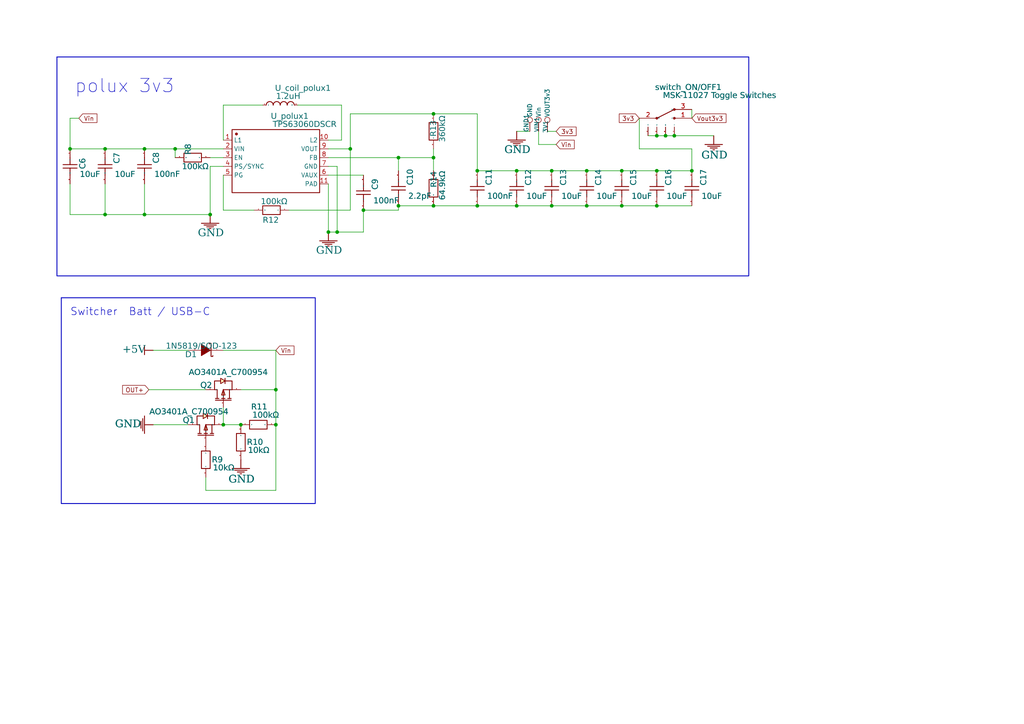
<source format=kicad_sch>
(kicad_sch (version 20250114) (generator "eeschema") (generator_version "9.0")
  (paper "A4")
  (lib_symbols
    (symbol "+5V" (power) (pin_numbers (hide yes)) (pin_names (hide yes))
      (property "Value" "+5V" (at 0 -3.81 0))
      (symbol "+5V_0_0"
        (polyline (pts (xy -1.27 -2.54) (xy 1.27 -2.54)) (stroke (width 0.254)))
        (polyline (pts (xy 0 0) (xy 0 -2.54)) (stroke (width 0.254)))
        (pin power_in line (at 0 0 270) (length 0) (name "+5V") (number "1"))
      )
    )
    (symbol "1N5819/SOD-123"
      (property "Reference" "U52" (at -5.969 -0.3683 0))
      (property "Value" "1N5819/SOD-123" (at -13.208 2.1463 0))
      (symbol "1N5819/SOD-123_0_0"
        (polyline (pts (xy -1.27 -1.524) (xy 1.27 0) (xy -1.27 1.778) (xy -1.27 -1.524)) (stroke (width 0.254)) (fill (type outline)))
        (polyline (pts (xy 2.032 -1.524) (xy 2.032 -1.778) (xy 1.524 -1.778) (xy 1.524 2.032) (xy 1.016 2.032) (xy 1.016 1.778)) (stroke (width 0.254)))
        (pin unspecified line (at -5.08 0 0) (length 3.81) (name "A") (number "2"))
        (pin unspecified line (at 5.08 0 180) (length 3.81) (name "C") (number "1"))
      )
    )
    (symbol "AO3401A_C700954"
      (property "Reference" "Q4" (at -6.6548 2.1463 0))
      (property "Value" "AO3401A_C700954" (at -10.5664 5.9563 0))
      (symbol "AO3401A_C700954_0_0"
        (polyline (pts (xy -2.286 -3.048) (xy 2.286 -3.048)) (stroke (width 0.254)))
        (polyline (pts (xy -1.778 0) (xy -1.778 -2.54)) (stroke (width 0.254)))
        (polyline (pts (xy -1.778 0) (xy -2.54 0) (xy -2.54 2.54) (xy -0.762 2.54)) (stroke (width 0.254)))
        (polyline (pts (xy -1.27 -2.54) (xy -2.286 -2.54)) (stroke (width 0.254)))
        (polyline (pts (xy 0 0) (xy -0.508 -1.524) (xy 0.508 -1.524) (xy 0 0)) (stroke (width 0.254)) (fill (type background)))
        (polyline (pts (xy 0 -2.54) (xy 0 0) (xy 2.54 0)) (stroke (width 0.254)))
        (polyline (pts (xy 0.508 3.302) (xy 0.508 3.048) (xy 0.508 2.032) (xy 0.508 1.778)) (stroke (width 0.254)))
        (polyline (pts (xy 0.508 2.54) (xy -0.762 3.302) (xy -0.762 1.778) (xy 0.508 2.54)) (stroke (width 0.254)) (fill (type background)))
        (polyline (pts (xy 0.508 -2.54) (xy -0.508 -2.54)) (stroke (width 0.254)))
        (polyline (pts (xy 1.778 0) (xy 1.778 -2.54)) (stroke (width 0.254)))
        (polyline (pts (xy 2.286 -2.54) (xy 1.27 -2.54)) (stroke (width 0.254)))
        (polyline (pts (xy 2.54 0) (xy 2.54 2.54) (xy 0.508 2.54)) (stroke (width 0.254)))
        (pin unspecified line (at -5.08 0 0) (length 2.54) (name "D") (number "3"))
        (pin unspecified line (at 0 -5.08 90) (length 2.54) (name "G") (number "1"))
        (pin unspecified line (at 5.08 0 180) (length 2.54) (name "S") (number "2"))
      )
    )
    (symbol "AO3401A_C700954_1"
      (property "Reference" "Q1" (at -6.6548 2.1463 0))
      (property "Value" "AO3401A_C700954" (at -16.9164 4.6863 0))
      (symbol "AO3401A_C700954_1_0_0"
        (polyline (pts (xy -2.286 -3.048) (xy 2.286 -3.048)) (stroke (width 0.254)))
        (polyline (pts (xy -1.778 0) (xy -1.778 -2.54)) (stroke (width 0.254)))
        (polyline (pts (xy -1.778 0) (xy -2.54 0) (xy -2.54 2.54) (xy -0.762 2.54)) (stroke (width 0.254)))
        (polyline (pts (xy -1.27 -2.54) (xy -2.286 -2.54)) (stroke (width 0.254)))
        (polyline (pts (xy 0 0) (xy -0.508 -1.524) (xy 0.508 -1.524) (xy 0 0)) (stroke (width 0.254)) (fill (type background)))
        (polyline (pts (xy 0 -2.54) (xy 0 0) (xy 2.54 0)) (stroke (width 0.254)))
        (polyline (pts (xy 0.508 3.302) (xy 0.508 3.048) (xy 0.508 2.032) (xy 0.508 1.778)) (stroke (width 0.254)))
        (polyline (pts (xy 0.508 2.54) (xy -0.762 3.302) (xy -0.762 1.778) (xy 0.508 2.54)) (stroke (width 0.254)) (fill (type background)))
        (polyline (pts (xy 0.508 -2.54) (xy -0.508 -2.54)) (stroke (width 0.254)))
        (polyline (pts (xy 1.778 0) (xy 1.778 -2.54)) (stroke (width 0.254)))
        (polyline (pts (xy 2.286 -2.54) (xy 1.27 -2.54)) (stroke (width 0.254)))
        (polyline (pts (xy 2.54 0) (xy 2.54 2.54) (xy 0.508 2.54)) (stroke (width 0.254)))
        (pin unspecified line (at -5.08 0 0) (length 2.54) (name "D") (number "3"))
        (pin unspecified line (at 0 -5.08 90) (length 2.54) (name "G") (number "1"))
        (pin unspecified line (at 5.08 0 180) (length 2.54) (name "S") (number "2"))
      )
    )
    (symbol "C0603C104J4RAC7867"
      (property "Reference" "C13" (at 2.54 0.8763 0))
      (property "Value" "100nF" (at 2.54 -1.4097 0))
      (symbol "C0603C104J4RAC7867_0_0"
        (polyline (pts (xy -2.032 0.508) (xy 2.032 0.508)) (stroke (width 0.254)))
        (polyline (pts (xy 0 0.508) (xy 0 2.54)) (stroke (width 0.254)))
        (polyline (pts (xy 0 -2.54) (xy 0 -0.508)) (stroke (width 0.254)))
        (polyline (pts (xy 2.032 -0.508) (xy -2.032 -0.508)) (stroke (width 0.254)))
        (pin unspecified line (at 0 5.08 270) (length 2.54) (name "1") (number "1"))
        (pin unspecified line (at 0 -5.08 90) (length 2.54) (name "2") (number "2"))
      )
    )
    (symbol "C0603C104J4RAC7867_1"
      (property "Reference" "C15" (at 2.54 0.9271 0))
      (property "Value" "100nF" (at 2.54 -1.3589 0))
      (symbol "C0603C104J4RAC7867_1_0_0"
        (polyline (pts (xy -2.032 0.508) (xy 2.032 0.508)) (stroke (width 0.254)))
        (polyline (pts (xy 0 2.54) (xy 0 0.508)) (stroke (width 0.254)))
        (polyline (pts (xy 0 -0.508) (xy 0 -2.54)) (stroke (width 0.254)))
        (polyline (pts (xy 2.032 -0.508) (xy -2.032 -0.508)) (stroke (width 0.254)))
        (pin unspecified line (at 0 5.08 270) (length 2.54) (name "2") (number "2"))
        (pin unspecified line (at 0 -5.08 90) (length 2.54) (name "1") (number "1"))
      )
    )
    (symbol "C0603C104J4RAC7867_2"
      (property "Reference" "C14" (at 2.54 0.9271 0))
      (property "Value" "100nF" (at 2.54 -1.3589 0))
      (symbol "C0603C104J4RAC7867_2_0_0"
        (polyline (pts (xy -2.032 0.508) (xy 2.032 0.508)) (stroke (width 0.254)))
        (polyline (pts (xy 0 2.54) (xy 0 0.508)) (stroke (width 0.254)))
        (polyline (pts (xy 0 -0.508) (xy 0 -2.54)) (stroke (width 0.254)))
        (polyline (pts (xy 2.032 -0.508) (xy -2.032 -0.508)) (stroke (width 0.254)))
        (pin unspecified line (at 0 5.08 270) (length 2.54) (name "2") (number "2"))
        (pin unspecified line (at 0 -5.08 90) (length 2.54) (name "1") (number "1"))
      )
    )
    (symbol "C0603C229C5GAC7867"
      (property "Reference" "C16" (at 2.54 0.9271 0))
      (property "Value" "2.2pF" (at 2.54 -1.3589 0))
      (symbol "C0603C229C5GAC7867_0_0"
        (polyline (pts (xy -2.032 0.508) (xy 2.032 0.508)) (stroke (width 0.254)))
        (polyline (pts (xy 0 2.54) (xy 0 0.508)) (stroke (width 0.254)))
        (polyline (pts (xy 0 -0.508) (xy 0 -2.54)) (stroke (width 0.254)))
        (polyline (pts (xy 2.032 -0.508) (xy -2.032 -0.508)) (stroke (width 0.254)))
        (pin unspecified line (at 0 5.08 270) (length 2.54) (name "2") (number "2"))
        (pin unspecified line (at 0 -5.08 90) (length 2.54) (name "1") (number "1"))
      )
    )
    (symbol "CR0603F360KP05Z"
      (property "Reference" "R10" (at -2.159 0.8763 0))
      (property "Value" "100kΩ" (at -3.4544 -1.6637 0))
      (symbol "CR0603F360KP05Z_0_0"
        (rectangle (start -2.54 1.27) (end 2.54 -1.27) (stroke (width 0.254)))
        (pin unspecified line (at -5.08 0 0) (length 2.54) (name "1") (number "1"))
        (pin unspecified line (at 5.08 0 180) (length 2.54) (name "2") (number "2"))
      )
    )
    (symbol "CR0603F360KP05Z_1"
      (property "Reference" "R9" (at -1.4986 0.9017 0))
      (property "Value" "100kΩ" (at -3.4544 3.4163 0))
      (symbol "CR0603F360KP05Z_1_0_0"
        (rectangle (start -2.54 1.27) (end 2.54 -1.27) (stroke (width 0.254)))
        (pin unspecified line (at -5.08 0 0) (length 2.54) (name "2") (number "2"))
        (pin unspecified line (at 5.08 0 180) (length 2.54) (name "1") (number "1"))
      )
    )
    (symbol "CR0603F360KP05Z_2"
      (property "Reference" "R8" (at -0.8763 -1.4986 90))
      (property "Value" "360kΩ" (at 1.6637 -3.4544 90))
      (symbol "CR0603F360KP05Z_2_0_0"
        (rectangle (start -1.27 2.54) (end 1.27 -2.54) (stroke (width 0.254)))
        (pin unspecified line (at 0 5.08 270) (length 2.54) (name "2") (number "2"))
        (pin unspecified line (at 0 -5.08 90) (length 2.54) (name "1") (number "1"))
      )
    )
    (symbol "CR0603F360KP05Z_3"
      (property "Reference" "R11" (at -2.0828 6.0325 0))
      (property "Value" "100kΩ" (at -2.0828 3.7211 0))
      (symbol "CR0603F360KP05Z_3_0_0"
        (rectangle (start -2.54 1.27) (end 2.54 -1.27) (stroke (width 0.254)))
        (pin unspecified line (at -5.08 0 0) (length 2.54) (name "2") (number "2"))
        (pin unspecified line (at 5.08 0 180) (length 2.54) (name "1") (number "1"))
      )
    )
    (symbol "Connector:TestPoint" (pin_numbers (hide yes)) (pin_names (offset 0.762) (hide yes))
      (property "Reference" "TP" (at 0 6.858 0))
      (property "Value" "TestPoint" (at 0 5.08 0))
      (symbol "TestPoint_0_1"
        (circle (center 0 3.302) (radius 0.762))
      )
      (symbol "TestPoint_1_1"
        (pin passive line (at 0 0 90) (length 2.54) (name "1") (number "1"))
      )
    )
    (symbol "GND" (power) (pin_numbers (hide yes)) (pin_names (hide yes))
      (property "Value" "GND" (at 0 -6.35 0))
      (symbol "GND_0_0"
        (polyline (pts (xy -2.54 -2.54) (xy 2.54 -2.54)) (stroke (width 0.254)))
        (polyline (pts (xy -1.778 -3.048) (xy 1.778 -3.048)) (stroke (width 0.254)))
        (polyline (pts (xy -1.016 -3.556) (xy 1.016 -3.556)) (stroke (width 0.254)))
        (polyline (pts (xy -0.254 -4.064) (xy 0.254 -4.064)) (stroke (width 0.254)))
        (polyline (pts (xy 0 0) (xy 0 -2.54)) (stroke (width 0.254)))
        (pin power_in line (at 0 0 270) (length 0) (name "GND") (number "1"))
      )
    )
    (symbol "MSK-11027 Toggle Switches"
      (property "Reference" "KEY1" (at -3.0226 7.2771 0))
      (property "Value" "MSK-11027 Toggle Switches" (at -3.0226 4.9911 0))
      (symbol "MSK-11027 Toggle Switches_0_0"
        (circle (center -2.54 -2.54) (radius 0.254) (stroke (width 0.254)))
        (polyline (pts (xy -2.54 -2.54) (xy 2.54 0)) (stroke (width 0.254)))
        (circle (center 2.54 0) (radius 0.254) (stroke (width 0.254)))
        (circle (center 2.54 -2.54) (radius 0.254) (stroke (width 0.254)))
        (pin unspecified line (at -7.62 -2.54 0) (length 5.08) (name "2") (number "2"))
        (pin unspecified line (at -5.08 -7.62 90) (length 2.54) (name "4") (number "4"))
        (pin unspecified line (at -2.54 -7.62 90) (length 2.54) (name "5") (number "5"))
        (pin unspecified line (at 0 -7.62 90) (length 2.54) (name "6") (number "6"))
        (pin unspecified line (at 2.54 -7.62 90) (length 2.54) (name "7") (number "7"))
        (pin unspecified line (at 7.62 0 180) (length 5.08) (name "3") (number "3"))
        (pin unspecified line (at 7.62 -2.54 180) (length 5.08) (name "1") (number "1"))
      )
    )
    (symbol "TPS63060DSCR"
      (property "Reference" "U55" (at -1.4478 14.1351 0))
      (property "Value" "TPS63060DSCR" (at -1.4478 11.8491 0))
      (symbol "TPS63060DSCR_0_0"
        (rectangle (start -12.7 9.398) (end 12.7 -8.89) (stroke (width 0.254)))
        (circle (center -11.43 8.128) (radius 0.254) (stroke (width 0.254)) (fill (type outline)))
        (circle (center -11.43 8.128) (radius 0.254) (stroke (width 0.254)) (fill (type outline)))
        (pin unspecified line (at -15.24 6.35 0) (length 2.54) (name "L1") (number "1"))
        (pin unspecified line (at -15.24 3.81 0) (length 2.54) (name "VIN") (number "2"))
        (pin unspecified line (at -15.24 1.27 0) (length 2.54) (name "EN") (number "3"))
        (pin unspecified line (at -15.24 -1.27 0) (length 2.54) (name "PS/SYNC") (number "4"))
        (pin unspecified line (at -15.24 -3.81 0) (length 2.54) (name "PG") (number "5"))
        (pin unspecified line (at 15.24 6.35 180) (length 2.54) (name "L2") (number "10"))
        (pin unspecified line (at 15.24 3.81 180) (length 2.54) (name "VOUT") (number "9"))
        (pin unspecified line (at 15.24 1.27 180) (length 2.54) (name "FB") (number "8"))
        (pin unspecified line (at 15.24 -1.27 180) (length 2.54) (name "GND") (number "7"))
        (pin unspecified line (at 15.24 -3.81 180) (length 2.54) (name "VAUX") (number "6"))
        (pin unspecified line (at 15.24 -6.35 180) (length 2.54) (name "PAD") (number "11"))
      )
    )
    (symbol "TR0603D64K9P0550Z"
      (property "Reference" "R64" (at -0.8763 -2.159 90))
      (property "Value" "64.9kΩ" (at 1.6637 -3.7846 90))
      (symbol "TR0603D64K9P0550Z_0_0"
        (rectangle (start -1.27 2.54) (end 1.27 -2.54) (stroke (width 0.254)))
        (pin unspecified line (at 0 5.08 270) (length 2.54) (name "2") (number "2"))
        (pin unspecified line (at 0 -5.08 90) (length 2.54) (name "1") (number "1"))
      )
    )
    (symbol "V106M0402X5R6R3NCT"
      (property "Reference" "C12" (at 2.54 0.8509 0))
      (property "Value" "10uF" (at 2.54 -1.3843 0))
      (symbol "V106M0402X5R6R3NCT_0_0"
        (polyline (pts (xy -2.032 0.508) (xy 2.032 0.508)) (stroke (width 0.254)))
        (polyline (pts (xy 0 2.54) (xy 0 0.508)) (stroke (width 0.254)))
        (polyline (pts (xy 0 -0.508) (xy 0 -2.54)) (stroke (width 0.254)))
        (polyline (pts (xy 2.032 -0.508) (xy -2.032 -0.508)) (stroke (width 0.254)))
        (pin unspecified line (at 0 5.08 270) (length 2.54) (name "2") (number "2"))
        (pin unspecified line (at 0 -5.08 90) (length 2.54) (name "1") (number "1"))
      )
    )
    (symbol "V106M0402X5R6R3NCT_1"
      (property "Reference" "C11" (at 2.54 0.8509 0))
      (property "Value" "10uF" (at 2.54 -1.3843 0))
      (symbol "V106M0402X5R6R3NCT_1_0_0"
        (polyline (pts (xy -2.032 0.508) (xy 2.032 0.508)) (stroke (width 0.254)))
        (polyline (pts (xy 0 2.54) (xy 0 0.508)) (stroke (width 0.254)))
        (polyline (pts (xy 0 -0.508) (xy 0 -2.54)) (stroke (width 0.254)))
        (polyline (pts (xy 2.032 -0.508) (xy -2.032 -0.508)) (stroke (width 0.254)))
        (pin unspecified line (at 0 5.08 270) (length 2.54) (name "2") (number "2"))
        (pin unspecified line (at 0 -5.08 90) (length 2.54) (name "1") (number "1"))
      )
    )
    (symbol "V106M0402X5R6R3NCT_2"
      (property "Reference" "C10" (at 2.54 0.8509 0))
      (property "Value" "10uF" (at 2.54 -1.3843 0))
      (symbol "V106M0402X5R6R3NCT_2_0_0"
        (polyline (pts (xy -2.032 0.508) (xy 2.032 0.508)) (stroke (width 0.254)))
        (polyline (pts (xy 0 2.54) (xy 0 0.508)) (stroke (width 0.254)))
        (polyline (pts (xy 0 -0.508) (xy 0 -2.54)) (stroke (width 0.254)))
        (polyline (pts (xy 2.032 -0.508) (xy -2.032 -0.508)) (stroke (width 0.254)))
        (pin unspecified line (at 0 5.08 270) (length 2.54) (name "2") (number "2"))
        (pin unspecified line (at 0 -5.08 90) (length 2.54) (name "1") (number "1"))
      )
    )
    (symbol "V106M0402X5R6R3NCT_3"
      (property "Reference" "C9" (at 2.54 0.8509 0))
      (property "Value" "10uF" (at 2.54 -1.3843 0))
      (symbol "V106M0402X5R6R3NCT_3_0_0"
        (polyline (pts (xy -2.032 0.508) (xy 2.032 0.508)) (stroke (width 0.254)))
        (polyline (pts (xy 0 2.54) (xy 0 0.508)) (stroke (width 0.254)))
        (polyline (pts (xy 0 -0.508) (xy 0 -2.54)) (stroke (width 0.254)))
        (polyline (pts (xy 2.032 -0.508) (xy -2.032 -0.508)) (stroke (width 0.254)))
        (pin unspecified line (at 0 5.08 270) (length 2.54) (name "2") (number "2"))
        (pin unspecified line (at 0 -5.08 90) (length 2.54) (name "1") (number "1"))
      )
    )
    (symbol "V106M0402X5R6R3NCT_4"
      (property "Reference" "C7" (at 2.54 0.8509 0))
      (property "Value" "10uF" (at 2.54 -1.3843 0))
      (symbol "V106M0402X5R6R3NCT_4_0_0"
        (polyline (pts (xy -2.032 0.508) (xy 2.032 0.508)) (stroke (width 0.254)))
        (polyline (pts (xy 0 2.54) (xy 0 0.508)) (stroke (width 0.254)))
        (polyline (pts (xy 0 -0.508) (xy 0 -2.54)) (stroke (width 0.254)))
        (polyline (pts (xy 2.032 -0.508) (xy -2.032 -0.508)) (stroke (width 0.254)))
        (pin unspecified line (at 0 5.08 270) (length 2.54) (name "2") (number "2"))
        (pin unspecified line (at 0 -5.08 90) (length 2.54) (name "1") (number "1"))
      )
    )
    (symbol "V106M0402X5R6R3NCT_5"
      (property "Reference" "C4" (at 2.54 0.8509 0))
      (property "Value" "10uF" (at 2.54 -1.3843 0))
      (symbol "V106M0402X5R6R3NCT_5_0_0"
        (polyline (pts (xy -2.032 0.508) (xy 2.032 0.508)) (stroke (width 0.254)))
        (polyline (pts (xy 0 2.54) (xy 0 0.508)) (stroke (width 0.254)))
        (polyline (pts (xy 0 -0.508) (xy 0 -2.54)) (stroke (width 0.254)))
        (polyline (pts (xy 2.032 -0.508) (xy -2.032 -0.508)) (stroke (width 0.254)))
        (pin unspecified line (at 0 5.08 270) (length 2.54) (name "2") (number "2"))
        (pin unspecified line (at 0 -5.08 90) (length 2.54) (name "1") (number "1"))
      )
    )
    (symbol "V106M0402X5R6R3NCT_6"
      (property "Reference" "C3" (at 2.54 0.8509 0))
      (property "Value" "10uF" (at 2.54 -1.3843 0))
      (symbol "V106M0402X5R6R3NCT_6_0_0"
        (polyline (pts (xy -2.032 0.508) (xy 2.032 0.508)) (stroke (width 0.254)))
        (polyline (pts (xy 0 2.54) (xy 0 0.508)) (stroke (width 0.254)))
        (polyline (pts (xy 0 -0.508) (xy 0 -2.54)) (stroke (width 0.254)))
        (polyline (pts (xy 2.032 -0.508) (xy -2.032 -0.508)) (stroke (width 0.254)))
        (pin unspecified line (at 0 5.08 270) (length 2.54) (name "2") (number "2"))
        (pin unspecified line (at 0 -5.08 90) (length 2.54) (name "1") (number "1"))
      )
    )
    (symbol "V106M0402X5R6R3NCT_7"
      (property "Reference" "C1" (at 2.54 0.8509 0))
      (property "Value" "10uF" (at 2.54 -1.3843 0))
      (symbol "V106M0402X5R6R3NCT_7_0_0"
        (polyline (pts (xy -2.032 0.508) (xy 2.032 0.508)) (stroke (width 0.254)))
        (polyline (pts (xy 0 2.54) (xy 0 0.508)) (stroke (width 0.254)))
        (polyline (pts (xy 0 -0.508) (xy 0 -2.54)) (stroke (width 0.254)))
        (polyline (pts (xy 2.032 -0.508) (xy -2.032 -0.508)) (stroke (width 0.254)))
        (pin unspecified line (at 0 5.08 270) (length 2.54) (name "2") (number "2"))
        (pin unspecified line (at 0 -5.08 90) (length 2.54) (name "1") (number "1"))
      )
    )
    (symbol "WF04H1002DTL"
      (property "Reference" "R3" (at 1.778 0.8763 0))
      (property "Value" "10kΩ" (at 1.778 -1.4097 0))
      (symbol "WF04H1002DTL_0_0"
        (rectangle (start -1.27 2.54) (end 1.27 -2.54) (stroke (width 0.254)))
        (pin unspecified line (at 0 5.08 270) (length 2.54) (name "2") (number "2"))
        (pin unspecified line (at 0 -5.08 90) (length 2.54) (name "1") (number "1"))
      )
    )
    (symbol "WF04H1002DTL_1"
      (property "Reference" "R1" (at 1.778 0.8763 0))
      (property "Value" "10kΩ" (at 1.778 -1.4097 0))
      (symbol "WF04H1002DTL_1_0_0"
        (rectangle (start -1.27 2.54) (end 1.27 -2.54) (stroke (width 0.254)))
        (pin unspecified line (at 0 5.08 270) (length 2.54) (name "2") (number "2"))
        (pin unspecified line (at 0 -5.08 90) (length 2.54) (name "1") (number "1"))
      )
    )
    (symbol "XRNR3015-1.2UH/N"
      (property "Reference" "U54" (at -1.4986 5.7531 0))
      (property "Value" "1.2uH" (at -1.4986 3.4671 0))
      (symbol "XRNR3015-1.2UH/N_0_0"
        (arc (start -4.064 0) (mid -3.048 1.016) (end -2.032 0) (stroke (width 0.254)))
        (arc (start -2.032 0) (mid -1.016 1.016) (end 0 0) (stroke (width 0.254)))
        (arc (start 0 0) (mid 1.016 1.016) (end 2.032 0) (stroke (width 0.254)))
        (arc (start 2.032 0) (mid 3.048 1.016) (end 4.064 0) (stroke (width 0.254)))
        (pin unspecified line (at -5.08 0 0) (length 1.016) (name "1") (number "1"))
        (pin unspecified line (at 5.08 0 180) (length 1.016) (name "2") (number "2"))
      )
    )
  )
  (rectangle (start 16.51 16.51) (end 217.17 80.01) (stroke (width 0.254)))
  (rectangle (start 17.78 86.36) (end 91.44 146.05) (stroke (width 0.254)))
  (text "Switcher  Batt / USB-C" (at 20.32 89.2683 0) (effects (font (size 2.1717 2.1717)) (justify left top)))
  (text "polux 3v3" (at 21.59 22.8092 0) (effects (font (size 3.8608 3.8608)) (justify left top)))
  (junction (at 125.73 45.72))
  (junction (at 80.01 113.03))
  (junction (at 69.85 123.19))
  (junction (at 138.43 49.53))
  (junction (at 180.34 49.53))
  (junction (at 115.57 59.69))
  (junction (at 20.32 43.18))
  (junction (at 125.73 33.02))
  (junction (at 30.48 62.23))
  (junction (at 180.34 59.69))
  (junction (at 170.18 59.69))
  (junction (at 190.5 49.53))
  (junction (at 170.18 49.53))
  (junction (at 30.48 43.18))
  (junction (at 41.91 43.18))
  (junction (at 149.86 59.69))
  (junction (at 80.01 123.19))
  (junction (at 95.25 67.31))
  (junction (at 50.8 43.18))
  (junction (at 190.5 39.37))
  (junction (at 115.57 45.72))
  (junction (at 195.58 39.37))
  (junction (at 138.43 59.69))
  (junction (at 105.41 60.96))
  (junction (at 41.91 62.23))
  (junction (at 190.5 59.69))
  (junction (at 160.02 49.53))
  (junction (at 149.86 49.53))
  (junction (at 101.6 43.18))
  (junction (at 64.77 123.19))
  (junction (at 160.02 59.69))
  (junction (at 193.04 39.37))
  (junction (at 200.66 49.53))
  (junction (at 125.73 59.69))
  (junction (at 97.79 67.31))
  (junction (at 60.96 62.23))
  (wire (pts (xy 190.5 39.37) (xy 187.96 39.37)))
  (wire (pts (xy 200.66 49.53) (xy 190.5 49.53)))
  (wire (pts (xy 185.42 34.29) (xy 185.42 43.18)))
  (wire (pts (xy 158.75 38.1) (xy 161.29 38.1)))
  (wire (pts (xy 41.91 53.34) (xy 41.91 62.23)))
  (wire (pts (xy 160.02 49.53) (xy 149.86 49.53)))
  (wire (pts (xy 95.25 67.31) (xy 95.25 53.34)))
  (wire (pts (xy 101.6 33.02) (xy 125.73 33.02)))
  (wire (pts (xy 86.36 30.48) (xy 99.06 30.48)))
  (wire (pts (xy 200.66 43.18) (xy 200.66 49.53)))
  (wire (pts (xy 185.42 43.18) (xy 200.66 43.18)))
  (wire (pts (xy 115.57 60.96) (xy 115.57 59.69)))
  (wire (pts (xy 138.43 59.69) (xy 149.86 59.69)))
  (wire (pts (xy 101.6 43.18) (xy 95.25 43.18)))
  (wire (pts (xy 50.8 43.18) (xy 50.8 45.72)))
  (wire (pts (xy 30.48 62.23) (xy 20.32 62.23)))
  (wire (pts (xy 64.77 48.26) (xy 60.96 48.26)))
  (wire (pts (xy 149.86 59.69) (xy 160.02 59.69)))
  (wire (pts (xy 80.01 101.6) (xy 64.77 101.6)))
  (wire (pts (xy 22.86 34.29) (xy 20.32 34.29)))
  (wire (pts (xy 193.04 39.37) (xy 190.5 39.37)))
  (wire (pts (xy 180.34 59.69) (xy 190.5 59.69)))
  (wire (pts (xy 95.25 45.72) (xy 115.57 45.72)))
  (wire (pts (xy 60.96 48.26) (xy 60.96 62.23)))
  (wire (pts (xy 195.58 39.37) (xy 193.04 39.37)))
  (wire (pts (xy 44.45 123.19) (xy 54.61 123.19)))
  (wire (pts (xy 83.82 60.96) (xy 101.6 60.96)))
  (wire (pts (xy 97.79 67.31) (xy 105.41 67.31)))
  (wire (pts (xy 20.32 34.29) (xy 20.32 43.18)))
  (wire (pts (xy 190.5 49.53) (xy 180.34 49.53)))
  (wire (pts (xy 30.48 53.34) (xy 30.48 62.23)))
  (wire (pts (xy 20.32 62.23) (xy 20.32 53.34)))
  (wire (pts (xy 69.85 113.03) (xy 80.01 113.03)))
  (wire (pts (xy 115.57 45.72) (xy 115.57 49.53)))
  (wire (pts (xy 44.45 101.6) (xy 54.61 101.6)))
  (wire (pts (xy 43.18 113.03) (xy 59.69 113.03)))
  (wire (pts (xy 190.5 59.69) (xy 200.66 59.69)))
  (wire (pts (xy 125.73 59.69) (xy 138.43 59.69)))
  (wire (pts (xy 125.73 45.72) (xy 115.57 45.72)))
  (wire (pts (xy 97.79 67.31) (xy 95.25 67.31)))
  (wire (pts (xy 97.79 48.26) (xy 97.79 67.31)))
  (wire (pts (xy 41.91 62.23) (xy 30.48 62.23)))
  (wire (pts (xy 105.41 60.96) (xy 115.57 60.96)))
  (wire (pts (xy 99.06 30.48) (xy 99.06 40.64)))
  (wire (pts (xy 80.01 113.03) (xy 80.01 101.6)))
  (wire (pts (xy 101.6 33.02) (xy 101.6 43.18)))
  (wire (pts (xy 80.01 142.24) (xy 80.01 123.19)))
  (wire (pts (xy 20.32 43.18) (xy 30.48 43.18)))
  (wire (pts (xy 115.57 59.69) (xy 125.73 59.69)))
  (wire (pts (xy 170.18 49.53) (xy 160.02 49.53)))
  (wire (pts (xy 180.34 49.53) (xy 170.18 49.53)))
  (wire (pts (xy 200.66 31.75) (xy 200.66 34.29)))
  (wire (pts (xy 207.01 39.37) (xy 195.58 39.37)))
  (wire (pts (xy 59.69 138.43) (xy 59.69 142.24)))
  (wire (pts (xy 160.02 59.69) (xy 170.18 59.69)))
  (wire (pts (xy 64.77 40.64) (xy 64.77 30.48)))
  (wire (pts (xy 30.48 43.18) (xy 41.91 43.18)))
  (wire (pts (xy 149.86 49.53) (xy 138.43 49.53)))
  (wire (pts (xy 156.21 41.91) (xy 161.29 41.91)))
  (wire (pts (xy 125.73 45.72) (xy 125.73 49.53)))
  (wire (pts (xy 99.06 40.64) (xy 95.25 40.64)))
  (wire (pts (xy 69.85 123.19) (xy 64.77 123.19)))
  (wire (pts (xy 95.25 50.8) (xy 105.41 50.8)))
  (wire (pts (xy 73.66 60.96) (xy 64.77 60.96)))
  (wire (pts (xy 125.73 43.18) (xy 125.73 45.72)))
  (wire (pts (xy 101.6 60.96) (xy 101.6 43.18)))
  (wire (pts (xy 60.96 45.72) (xy 64.77 45.72)))
  (wire (pts (xy 95.25 48.26) (xy 97.79 48.26)))
  (wire (pts (xy 64.77 123.19) (xy 64.77 118.11)))
  (wire (pts (xy 59.69 142.24) (xy 80.01 142.24)))
  (wire (pts (xy 64.77 43.18) (xy 50.8 43.18)))
  (wire (pts (xy 64.77 60.96) (xy 64.77 50.8)))
  (wire (pts (xy 138.43 33.02) (xy 125.73 33.02)))
  (wire (pts (xy 41.91 43.18) (xy 50.8 43.18)))
  (wire (pts (xy 80.01 123.19) (xy 80.01 113.03)))
  (wire (pts (xy 170.18 59.69) (xy 180.34 59.69)))
  (wire (pts (xy 64.77 30.48) (xy 76.2 30.48)))
  (wire (pts (xy 60.96 62.23) (xy 41.91 62.23)))
  (wire (pts (xy 156.21 38.1) (xy 156.21 41.91)))
  (wire (pts (xy 105.41 67.31) (xy 105.41 60.96)))
  (wire (pts (xy 138.43 49.53) (xy 138.43 33.02)))
  (wire (pts (xy 149.86 38.1) (xy 153.67 38.1)))
  (global_label "3v3" (shape input) (at 161.29 38.1 0) (property "Intersheetrefs" "${INTERSHEET_REFS}" (effects (hide yes))))
  (global_label "3v3" (shape input) (at 185.42 34.29 180) (property "Intersheetrefs" "${INTERSHEET_REFS}" (effects (hide yes))))
  (global_label "Vout3v3" (shape input) (at 200.66 34.29 0) (property "Intersheetrefs" "${INTERSHEET_REFS}" (effects (hide yes))))
  (global_label "Vin" (shape input) (at 161.29 41.91 0) (property "Intersheetrefs" "${INTERSHEET_REFS}" (effects (hide yes))))
  (global_label "Vin" (shape input) (at 80.01 101.6 0) (property "Intersheetrefs" "${INTERSHEET_REFS}" (effects (hide yes))))
  (global_label "Vin" (shape input) (at 22.86 34.29 0) (property "Intersheetrefs" "${INTERSHEET_REFS}" (effects (hide yes))))
  (global_label "OUT+" (shape input) (at 43.18 113.03 180) (property "Intersheetrefs" "${INTERSHEET_REFS}" (effects (hide yes))))
  (symbol (lib_id "AO3401A_C700954") (at 64.77 113.03 0) (unit 1)
    (property "Reference" "Q2" (at 58.1152 110.8837 0) (effects (font (size 1.6891 1.6891)) (justify left top)))
    (property "Value" "AO3401A_C700954" (at 54.2036 107.0737 0) (effects (font (size 1.6891 1.6891)) (justify left top)))
    (property "Footprint" "Package_TO_SOT_SMD:SOT-23" (effects (hide yes)))
    (property "Manufacturer Part" "AO3401A" (effects (hide yes)))
    (property "Manufacturer" "HUASHUO(华朔)" (effects (hide yes)))
    (property "Supplier Part" "C700954" (effects (hide yes)))
    (property "Supplier" "LCSC" (effects (hide yes)))
  )
  (symbol (lib_id "C0603C229C5GAC7867") (at 115.57 54.61 0) (unit 1)
    (property "Reference" "C10" (at 118.11 53.6829 90) (effects (font (size 1.6891 1.6891)) (justify left top)))
    (property "Value" "2.2pF" (at 118.11 55.9689 0) (effects (font (size 1.6891 1.6891)) (justify left top)))
    (property "Footprint" "Capacitor_SMD:C_0603_1608Metric" (effects (hide yes)))
    (property "Manufacturer Part" "C0603C229C5GAC7867" (effects (hide yes)))
    (property "Manufacturer" "KEMET(基美)" (effects (hide yes)))
    (property "Supplier Part" "C599717" (effects (hide yes)))
    (property "Supplier" "LCSC" (effects (hide yes)))
  )
  (symbol (lib_id "CR0603F360KP05Z_2") (at 125.73 38.1 0) (unit 1)
    (property "Reference" "R13" (at 124.8537 39.5986 90) (effects (font (size 1.6891 1.6891)) (justify left top)))
    (property "Value" "360kΩ" (at 127.3937 41.5544 90) (effects (font (size 1.6891 1.6891)) (justify left top)))
    (property "Footprint" "Resistor_SMD:R_0603_1608Metric" (effects (hide yes)))
    (property "Manufacturer Part" "CR0603F360KP05Z" (effects (hide yes)))
    (property "Manufacturer" "EVER OHMS(天二科技)" (effects (hide yes)))
    (property "Supplier Part" "C881358" (effects (hide yes)))
    (property "Supplier" "LCSC" (effects (hide yes)))
  )
  (symbol (lib_id "Connector:TestPoint") (at 158.75 38.1 0) (unit 1)
    (property "Reference" "3V1" (at 158.242 38.608 90) (effects (justify left)))
    (property "Value" "VOUT3v3" (at 158.75 34.036 90) (effects (justify left)))
    (property "Footprint" "TestPoint:TestPoint_Pad_1.5x1.5mm" (effects (hide yes)))
    (property "Description" "test point" (effects (hide yes)))
  )
  (symbol (lib_id "C0603C104J4RAC7867") (at 105.41 55.88 0) (unit 1)
    (property "Reference" "C9" (at 107.95 55.0037 90) (effects (font (size 1.6891 1.6891)) (justify left top)))
    (property "Value" "100nF" (at 107.95 57.2897 0) (effects (font (size 1.6891 1.6891)) (justify left top)))
    (property "Footprint" "Capacitor_SMD:C_0603_1608Metric" (effects (hide yes)))
    (property "Manufacturer Part" "C0603C104J4RAC7867" (effects (hide yes)))
    (property "Manufacturer" "KEMET(基美)" (effects (hide yes)))
    (property "Supplier Part" "C599646" (effects (hide yes)))
    (property "Supplier" "LCSC" (effects (hide yes)))
  )
  (symbol (lib_id "GND") (at 69.85 133.35 0) (unit 1)
    (property "Reference" "#PWR012" (effects (hide yes)))
    (property "Value" "GND" (at 66.548 140.2842 0) (effects (font (size 2.1717 2.1717)) (justify left bottom)))
    (property "Description" "Power symbol creates a global label with name 'GND'" (effects (hide yes)))
  )
  (symbol (lib_id "WF04H1002DTL_1") (at 69.85 128.27 0) (unit 1)
    (property "Reference" "R10" (at 71.628 127.3937 0) (effects (font (size 1.6891 1.6891)) (justify left top)))
    (property "Value" "10kΩ" (at 71.628 129.6797 0) (effects (font (size 1.6891 1.6891)) (justify left top)))
    (property "Footprint" "Resistor_SMD:R_0603_1608Metric" (effects (hide yes)))
    (property "Manufacturer Part" "WF04H1002DTL" (effects (hide yes)))
    (property "Manufacturer" "Walsin(华新科)" (effects (hide yes)))
    (property "Supplier Part" "C525520" (effects (hide yes)))
    (property "Supplier" "LCSC" (effects (hide yes)))
  )
  (symbol (lib_id "MSK-11027 Toggle Switches") (at 193.04 31.75 0) (unit 1)
    (property "Reference" "switch_ON/OFF1" (at 190.0174 24.4729 0) (effects (font (size 1.6891 1.6891)) (justify left top)))
    (property "Value" "MSK-11027 Toggle Switches" (at 190.0174 26.7589 0) (effects (font (size 1.6891 1.6891)) (justify left top)))
    (property "Footprint" "Button_Switch_SMD:SW_SPDT_PCM12" (effects (hide yes)))
    (property "Manufacturer Part" "MSK-11027 Toggle Switches" (effects (hide yes)))
    (property "Manufacturer" "ReliaPro" (effects (hide yes)))
    (property "Supplier Part" "C21381" (effects (hide yes)))
    (property "Supplier" "LCSC" (effects (hide yes)))
  )
  (symbol (lib_id "V106M0402X5R6R3NCT_3") (at 180.34 54.61 0) (unit 1)
    (property "Reference" "C15" (at 182.88 53.7591 90) (effects (font (size 1.6891 1.6891)) (justify left top)))
    (property "Value" "10uF" (at 182.88 55.9943 0) (effects (font (size 1.6891 1.6891)) (justify left top)))
    (property "Footprint" "Capacitor_SMD:C_0603_1608Metric" (effects (hide yes)))
    (property "Manufacturer Part" "V106M0402X5R6R3NCT" (effects (hide yes)))
    (property "Manufacturer" "VIIYONG(微容)" (effects (hide yes)))
    (property "Supplier Part" "C5252391" (effects (hide yes)))
    (property "Supplier" "LCSC" (effects (hide yes)))
  )
  (symbol (lib_id "C0603C104J4RAC7867_1") (at 41.91 48.26 0) (unit 1)
    (property "Reference" "C8" (at 44.45 47.3329 90) (effects (font (size 1.6891 1.6891)) (justify left top)))
    (property "Value" "100nF" (at 44.45 49.6189 0) (effects (font (size 1.6891 1.6891)) (justify left top)))
    (property "Footprint" "Capacitor_SMD:C_0603_1608Metric" (effects (hide yes)))
    (property "Manufacturer Part" "C0603C104J4RAC7867" (effects (hide yes)))
    (property "Manufacturer" "KEMET(基美)" (effects (hide yes)))
    (property "Supplier Part" "C599646" (effects (hide yes)))
    (property "Supplier" "LCSC" (effects (hide yes)))
  )
  (symbol (lib_id "+5V") (at 44.45 101.6 270) (mirror x) (unit 1)
    (property "Reference" "#PWR09" (effects (hide yes)))
    (property "Value" "+5V" (at 35.3568 102.6414 -90) (effects (font (size 2.1717 2.1717)) (justify right bottom)))
    (property "Description" "Power symbol creates a global label with name '+5V'" (effects (hide yes)))
  )
  (symbol (lib_id "GND") (at 60.96 62.23 0) (unit 1)
    (property "Reference" "#PWR011" (effects (hide yes)))
    (property "Value" "GND" (at 57.658 68.834 0) (effects (font (size 2.1717 2.1717)) (justify left bottom)))
    (property "Description" "Power symbol creates a global label with name 'GND'" (effects (hide yes)))
  )
  (symbol (lib_id "TPS63060DSCR") (at 80.01 46.99 0) (unit 1)
    (property "Reference" "U_polux1" (at 78.5622 32.8549 0) (effects (font (size 1.6891 1.6891)) (justify left top)))
    (property "Value" "TPS63060DSCR" (at 78.5622 35.1409 0) (effects (font (size 1.6891 1.6891)) (justify left top)))
    (property "Footprint" "Package_SON:Texas_S-PWSON-N10" (effects (hide yes)))
    (property "Manufacturer Part" "TPS63060DSCR" (effects (hide yes)))
    (property "Manufacturer" "TI(德州仪器)" (effects (hide yes)))
    (property "Supplier Part" "C48567" (effects (hide yes)))
    (property "Supplier" "LCSC" (effects (hide yes)))
  )
  (symbol (lib_id "AO3401A_C700954_1") (at 59.69 123.19 0) (unit 1)
    (property "Reference" "Q1" (at 53.0352 121.0437 0) (effects (font (size 1.6891 1.6891)) (justify left top)))
    (property "Value" "AO3401A_C700954" (at 42.7736 118.5037 0) (effects (font (size 1.6891 1.6891)) (justify left top)))
    (property "Footprint" "Package_TO_SOT_SMD:SOT-23" (effects (hide yes)))
    (property "Manufacturer Part" "AO3401A" (effects (hide yes)))
    (property "Manufacturer" "HUASHUO(华朔)" (effects (hide yes)))
    (property "Supplier Part" "C700954" (effects (hide yes)))
    (property "Supplier" "LCSC" (effects (hide yes)))
  )
  (symbol (lib_id "GND") (at 207.01 39.37 0) (unit 1)
    (property "Reference" "#PWR015" (effects (hide yes)))
    (property "Value" "GND" (at 203.708 46.3042 0) (effects (font (size 2.1717 2.1717)) (justify left bottom)))
    (property "Description" "Power symbol creates a global label with name 'GND'" (effects (hide yes)))
  )
  (symbol (lib_id "C0603C104J4RAC7867_2") (at 138.43 54.61 0) (unit 1)
    (property "Reference" "C11" (at 140.97 53.6829 90) (effects (font (size 1.6891 1.6891)) (justify left top)))
    (property "Value" "100nF" (at 140.97 55.9689 0) (effects (font (size 1.6891 1.6891)) (justify left top)))
    (property "Footprint" "Capacitor_SMD:C_0603_1608Metric" (effects (hide yes)))
    (property "Manufacturer Part" "C0603C104J4RAC7867" (effects (hide yes)))
    (property "Manufacturer" "KEMET(基美)" (effects (hide yes)))
    (property "Supplier Part" "C599646" (effects (hide yes)))
    (property "Supplier" "LCSC" (effects (hide yes)))
  )
  (symbol (lib_id "1N5819/SOD-123") (at 59.69 101.6 0) (unit 1)
    (property "Reference" "D1" (at 53.721 101.9683 0) (effects (font (size 1.6891 1.6891)) (justify left top)))
    (property "Value" "1N5819/SOD-123" (at 46.482 99.4537 0) (effects (font (size 1.6891 1.6891)) (justify left top)))
    (property "Footprint" "Diode_SMD:D_SOD-123" (effects (hide yes)))
    (property "Manufacturer Part" "1N5819/SOD-123" (effects (hide yes)))
    (property "Manufacturer" "null" (effects (hide yes)))
    (property "Supplier Part" "C9900010912" (effects (hide yes)))
    (property "Supplier" "LCSC" (effects (hide yes)))
  )
  (symbol (lib_id "V106M0402X5R6R3NCT_4") (at 170.18 54.61 0) (unit 1)
    (property "Reference" "C14" (at 172.72 53.7591 90) (effects (font (size 1.6891 1.6891)) (justify left top)))
    (property "Value" "10uF" (at 172.72 55.9943 0) (effects (font (size 1.6891 1.6891)) (justify left top)))
    (property "Footprint" "Capacitor_SMD:C_0603_1608Metric" (effects (hide yes)))
    (property "Manufacturer Part" "V106M0402X5R6R3NCT" (effects (hide yes)))
    (property "Manufacturer" "VIIYONG(微容)" (effects (hide yes)))
    (property "Supplier Part" "C5252391" (effects (hide yes)))
    (property "Supplier" "LCSC" (effects (hide yes)))
  )
  (symbol (lib_id "WF04H1002DTL") (at 59.69 133.35 0) (unit 1)
    (property "Reference" "R9" (at 61.468 132.4737 0) (effects (font (size 1.6891 1.6891)) (justify left top)))
    (property "Value" "10kΩ" (at 61.468 134.7597 0) (effects (font (size 1.6891 1.6891)) (justify left top)))
    (property "Footprint" "Resistor_SMD:R_0603_1608Metric" (effects (hide yes)))
    (property "Manufacturer Part" "WF04H1002DTL" (effects (hide yes)))
    (property "Manufacturer" "Walsin(华新科)" (effects (hide yes)))
    (property "Supplier Part" "C525520" (effects (hide yes)))
    (property "Supplier" "LCSC" (effects (hide yes)))
  )
  (symbol (lib_id "V106M0402X5R6R3NCT_6") (at 149.86 54.61 0) (unit 1)
    (property "Reference" "C12" (at 152.4 53.7591 90) (effects (font (size 1.6891 1.6891)) (justify left top)))
    (property "Value" "10uF" (at 152.4 55.9943 0) (effects (font (size 1.6891 1.6891)) (justify left top)))
    (property "Footprint" "Capacitor_SMD:C_0603_1608Metric" (effects (hide yes)))
    (property "Manufacturer Part" "V106M0402X5R6R3NCT" (effects (hide yes)))
    (property "Manufacturer" "VIIYONG(微容)" (effects (hide yes)))
    (property "Supplier Part" "C5252391" (effects (hide yes)))
    (property "Supplier" "LCSC" (effects (hide yes)))
  )
  (symbol (lib_id "V106M0402X5R6R3NCT_2") (at 190.5 54.61 0) (unit 1)
    (property "Reference" "C16" (at 193.04 53.7591 90) (effects (font (size 1.6891 1.6891)) (justify left top)))
    (property "Value" "10uF" (at 193.04 55.9943 0) (effects (font (size 1.6891 1.6891)) (justify left top)))
    (property "Footprint" "Capacitor_SMD:C_0603_1608Metric" (effects (hide yes)))
    (property "Manufacturer Part" "V106M0402X5R6R3NCT" (effects (hide yes)))
    (property "Manufacturer" "VIIYONG(微容)" (effects (hide yes)))
    (property "Supplier Part" "C5252391" (effects (hide yes)))
    (property "Supplier" "LCSC" (effects (hide yes)))
  )
  (symbol (lib_id "V106M0402X5R6R3NCT_5") (at 160.02 54.61 0) (unit 1)
    (property "Reference" "C13" (at 162.56 53.7591 90) (effects (font (size 1.6891 1.6891)) (justify left top)))
    (property "Value" "10uF" (at 162.56 55.9943 0) (effects (font (size 1.6891 1.6891)) (justify left top)))
    (property "Footprint" "Capacitor_SMD:C_0603_1608Metric" (effects (hide yes)))
    (property "Manufacturer Part" "V106M0402X5R6R3NCT" (effects (hide yes)))
    (property "Manufacturer" "VIIYONG(微容)" (effects (hide yes)))
    (property "Supplier Part" "C5252391" (effects (hide yes)))
    (property "Supplier" "LCSC" (effects (hide yes)))
  )
  (symbol (lib_id "Connector:TestPoint") (at 153.67 38.1 0) (unit 1)
    (property "Reference" "GND1" (at 152.654 38.354 90) (effects (justify left)))
    (property "Value" "GND" (at 153.67 34.036 90) (effects (justify left)))
    (property "Footprint" "TestPoint:TestPoint_Pad_1.5x1.5mm" (effects (hide yes)))
    (property "Description" "test point" (effects (hide yes)))
  )
  (symbol (lib_id "GND") (at 95.25 67.31 0) (unit 1)
    (property "Reference" "#PWR013" (effects (hide yes)))
    (property "Value" "GND" (at 91.948 73.914 0) (effects (font (size 2.1717 2.1717)) (justify left bottom)))
    (property "Description" "Power symbol creates a global label with name 'GND'" (effects (hide yes)))
  )
  (symbol (lib_id "CR0603F360KP05Z") (at 55.88 45.72 0) (unit 1)
    (property "Reference" "R8" (at 53.721 44.8437 90) (effects (font (size 1.6891 1.6891)) (justify left top)))
    (property "Value" "100kΩ" (at 52.4256 47.3837 0) (effects (font (size 1.6891 1.6891)) (justify left top)))
    (property "Footprint" "Resistor_SMD:R_0402_1005Metric" (effects (hide yes)))
    (property "Manufacturer Part" "CR0603F360KP05Z" (effects (hide yes)))
    (property "Manufacturer" "EVER OHMS(天二科技)" (effects (hide yes)))
    (property "Supplier Part" "C881358" (effects (hide yes)))
    (property "Supplier" "LCSC" (effects (hide yes)))
  )
  (symbol (lib_id "CR0603F360KP05Z_3") (at 74.93 123.19 0) (unit 1)
    (property "Reference" "R11" (at 72.8472 117.1575 0) (effects (font (size 1.6891 1.6891)) (justify left top)))
    (property "Value" "100kΩ" (at 72.8472 119.4689 0) (effects (font (size 1.6891 1.6891)) (justify left top)))
    (property "Footprint" "Resistor_SMD:R_0603_1608Metric" (effects (hide yes)))
    (property "Manufacturer Part" "CR0603F360KP05Z" (effects (hide yes)))
    (property "Manufacturer" "EVER OHMS(天二科技)" (effects (hide yes)))
    (property "Supplier Part" "C881358" (effects (hide yes)))
    (property "Supplier" "LCSC" (effects (hide yes)))
  )
  (symbol (lib_id "GND") (at 149.86 38.1 0) (unit 1)
    (property "Reference" "#PWR014" (effects (hide yes)))
    (property "Value" "GND" (at 146.558 44.704 0) (effects (font (size 2.1717 2.1717)) (justify left bottom)))
    (property "Description" "Power symbol creates a global label with name 'GND'" (effects (hide yes)))
  )
  (symbol (lib_id "V106M0402X5R6R3NCT") (at 30.48 48.26 0) (unit 1)
    (property "Reference" "C7" (at 33.02 47.4091 90) (effects (font (size 1.6891 1.6891)) (justify left top)))
    (property "Value" "10uF" (at 33.02 49.6443 0) (effects (font (size 1.6891 1.6891)) (justify left top)))
    (property "Footprint" "Capacitor_SMD:C_0603_1608Metric" (effects (hide yes)))
    (property "Manufacturer Part" "V106M0402X5R6R3NCT" (effects (hide yes)))
    (property "Manufacturer" "VIIYONG(微容)" (effects (hide yes)))
    (property "Supplier Part" "C5252391" (effects (hide yes)))
    (property "Supplier" "LCSC" (effects (hide yes)))
  )
  (symbol (lib_id "V106M0402X5R6R3NCT_1") (at 200.66 54.61 0) (unit 1)
    (property "Reference" "C17" (at 203.2 53.7591 90) (effects (font (size 1.6891 1.6891)) (justify left top)))
    (property "Value" "10uF" (at 203.2 55.9943 0) (effects (font (size 1.6891 1.6891)) (justify left top)))
    (property "Footprint" "Capacitor_SMD:C_0603_1608Metric" (effects (hide yes)))
    (property "Manufacturer Part" "V106M0402X5R6R3NCT" (effects (hide yes)))
    (property "Manufacturer" "VIIYONG(微容)" (effects (hide yes)))
    (property "Supplier Part" "C5252391" (effects (hide yes)))
    (property "Supplier" "LCSC" (effects (hide yes)))
  )
  (symbol (lib_id "TR0603D64K9P0550Z") (at 125.73 54.61 0) (unit 1)
    (property "Reference" "R14" (at 124.968 54.356 90) (effects (font (size 1.6891 1.6891)) (justify left top)))
    (property "Value" "64.9kΩ" (at 127.3937 58.3946 90) (effects (font (size 1.6891 1.6891)) (justify left top)))
    (property "Footprint" "Resistor_SMD:R_0603_1608Metric" (effects (hide yes)))
    (property "Manufacturer Part" "TR0603D64K9P0550Z" (effects (hide yes)))
    (property "Manufacturer" "EVER OHMS(天二科技)" (effects (hide yes)))
    (property "Supplier Part" "C5250827" (effects (hide yes)))
    (property "Supplier" "LCSC" (effects (hide yes)))
  )
  (symbol (lib_id "GND") (at 44.45 123.19 270) (unit 1)
    (property "Reference" "#PWR010" (effects (hide yes)))
    (property "Value" "GND" (at 33.655 124.2314 -270) (effects (font (size 2.1717 2.1717)) (justify left bottom)))
    (property "Description" "Power symbol creates a global label with name 'GND'" (effects (hide yes)))
  )
  (symbol (lib_id "CR0603F360KP05Z_1") (at 78.74 60.96 0) (unit 1)
    (property "Reference" "R12" (at 76.2 62.992 0) (effects (font (size 1.6891 1.6891)) (justify left top)))
    (property "Value" "100kΩ" (at 75.2856 57.5437 0) (effects (font (size 1.6891 1.6891)) (justify left top)))
    (property "Footprint" "Resistor_SMD:R_0603_1608Metric" (effects (hide yes)))
    (property "Manufacturer Part" "CR0603F360KP05Z" (effects (hide yes)))
    (property "Manufacturer" "EVER OHMS(天二科技)" (effects (hide yes)))
    (property "Supplier Part" "C881358" (effects (hide yes)))
    (property "Supplier" "LCSC" (effects (hide yes)))
  )
  (symbol (lib_id "Connector:TestPoint") (at 156.21 38.1 0) (unit 1)
    (property "Reference" "VIN1" (at 155.702 38.354 90) (effects (justify left)))
    (property "Value" "Vin" (at 156.21 34.036 90) (effects (justify left)))
    (property "Footprint" "TestPoint:TestPoint_Pad_1.5x1.5mm" (effects (hide yes)))
    (property "Description" "test point" (effects (hide yes)))
  )
  (symbol (lib_id "XRNR3015-1.2UH/N") (at 81.28 30.48 0) (unit 1)
    (property "Reference" "U_coil_polux1" (at 79.7814 24.7269 0) (effects (font (size 1.6891 1.6891)) (justify left top)))
    (property "Value" "1.2uH" (at 79.7814 27.0129 0) (effects (font (size 1.6891 1.6891)) (justify left top)))
    (property "Footprint" "Inductor_SMD:L_Coilcraft_LPS4018" (effects (hide yes)))
    (property "Manufacturer Part" "XRNR3015-1.2uH/N" (effects (hide yes)))
    (property "Manufacturer" "XR(祥如)" (effects (hide yes)))
    (property "Supplier Part" "C5289307" (effects (hide yes)))
    (property "Supplier" "LCSC" (effects (hide yes)))
  )
  (symbol (lib_id "V106M0402X5R6R3NCT_7") (at 20.32 48.26 0) (unit 1)
    (property "Reference" "C6" (at 23.114 49.022 90) (effects (font (size 1.6891 1.6891)) (justify left top)))
    (property "Value" "10uF" (at 22.86 49.6443 0) (effects (font (size 1.6891 1.6891)) (justify left top)))
    (property "Footprint" "Capacitor_SMD:C_0603_1608Metric" (effects (hide yes)))
    (property "Manufacturer Part" "V106M0402X5R6R3NCT" (effects (hide yes)))
    (property "Manufacturer" "VIIYONG(微容)" (effects (hide yes)))
    (property "Supplier Part" "C5252391" (effects (hide yes)))
    (property "Supplier" "LCSC" (effects (hide yes)))
  )
)
</source>
